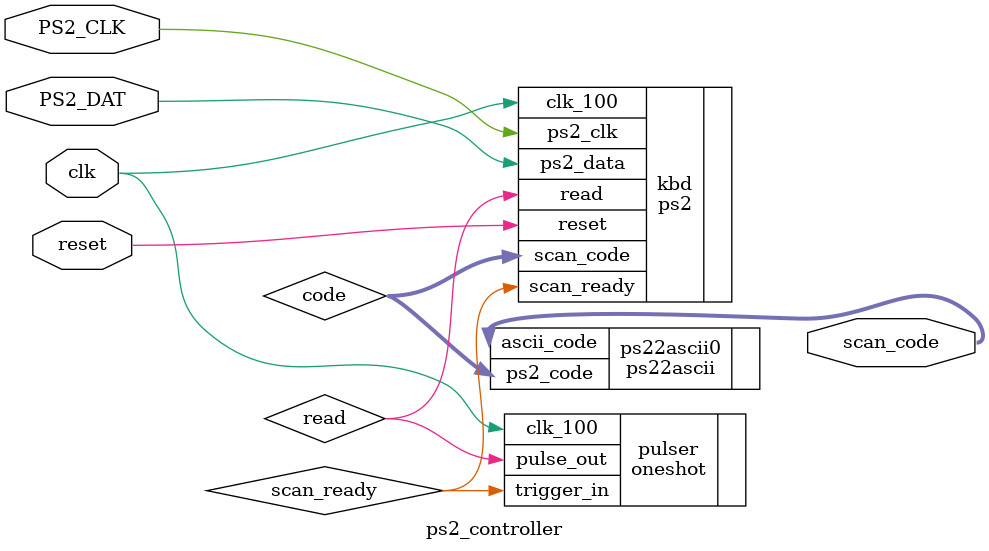
<source format=v>
module ps2_controller
	(
	 input clk,
	 input reset,        
	 input PS2_DAT,
	 input PS2_CLK,
	 output [7:0] scan_code
);

	wire read;
	wire scan_ready;
	wire [7:0] code;

	ps22ascii ps22ascii0(
		.ps2_code(code),
		.ascii_code(scan_code)
	);

	oneshot pulser(
		.clk_100(clk),
		.trigger_in(scan_ready),
		.pulse_out(read)
	);

	ps2 kbd(
		.ps2_clk(PS2_CLK),
		.ps2_data(PS2_DAT),
		.clk_100(clk),
		.reset(reset),
		.read(read),
		.scan_ready(scan_ready),
		.scan_code(code)
	);

endmodule

</source>
